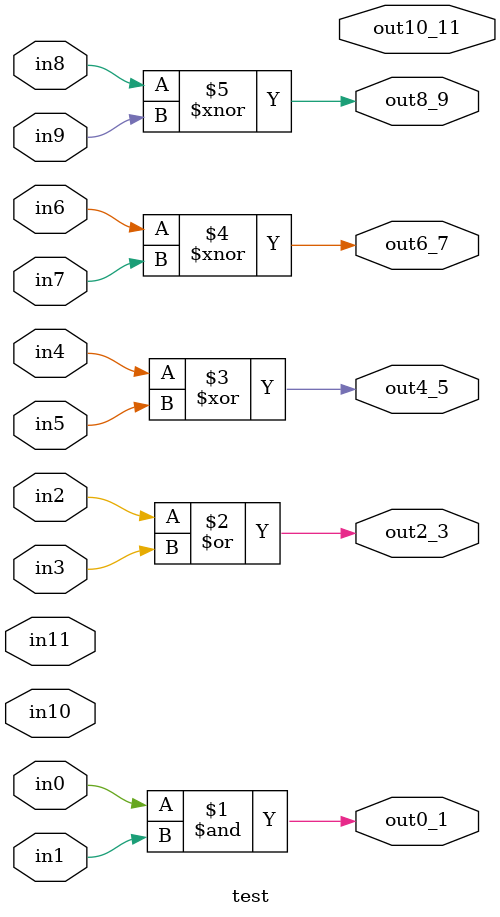
<source format=v>
module test(in0, in1, in2, in3,in4, in5, in6, in7, in8, in9, in10, in11,
			out0_1, out2_3, out4_5, out6_7, out8_9, out10_11);
input in0, in1, in2, in3, in4, in5, in6, in7, in8, in9, in10, in11;
output out0_1, out2_3, out4_5, out6_7, out8_9, out10_11;

assign out0_1 = in0 & in1;
assign out2_3 = in2 | in3;
assign out4_5 = in4 ^ in5;
assign out6_7 = in6 ~^ in7;
assign out8_9 = in8 ^~ in9;

endmodule




</source>
